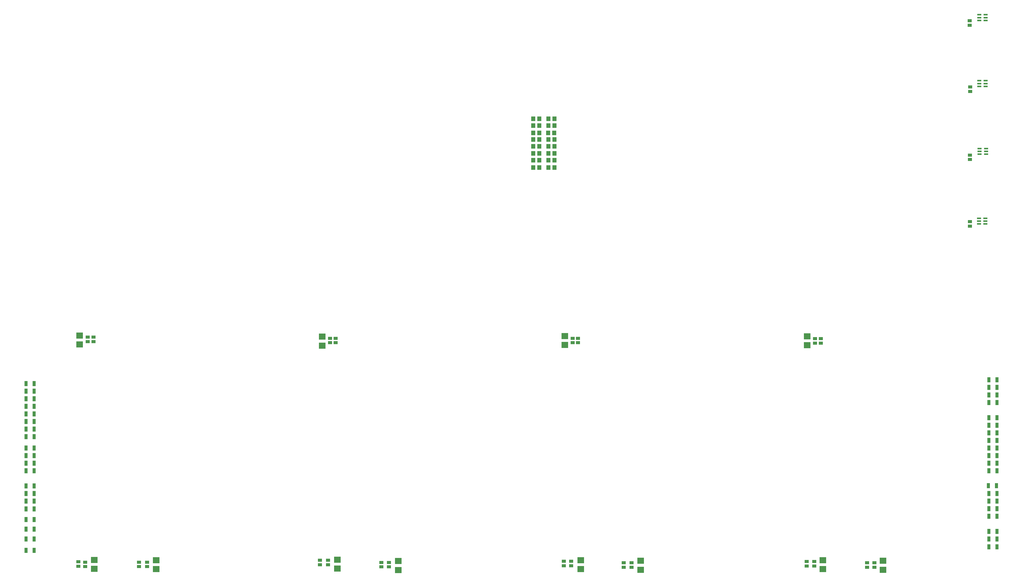
<source format=gtp>
%FSLAX25Y25*%
%MOIN*%
G70*
G01*
G75*
G04 Layer_Color=8421504*
%ADD10R,0.05512X0.05906*%
%ADD11R,0.05512X0.04331*%
%ADD12R,0.05709X0.02165*%
%ADD13R,0.05709X0.02165*%
%ADD14R,0.04331X0.06693*%
%ADD15R,0.08661X0.07874*%
%ADD16C,0.00500*%
%ADD17C,0.01181*%
%ADD18C,0.01969*%
%ADD19C,0.04724*%
%ADD20R,0.04724X0.04724*%
%ADD21R,0.05906X0.05906*%
%ADD22C,0.05906*%
%ADD23C,0.12992*%
%ADD24C,0.11811*%
%ADD25R,0.06378X0.06378*%
%ADD26C,0.06378*%
%ADD27C,0.08425*%
%ADD28C,0.21654*%
%ADD29C,0.02362*%
%ADD30C,0.03937*%
%ADD31O,0.08661X0.02362*%
%ADD32R,0.04331X0.05512*%
%ADD33C,0.00787*%
%ADD34C,0.00394*%
%ADD35C,0.00098*%
%ADD36C,0.00984*%
%ADD37C,0.01000*%
%ADD38C,0.00098*%
%ADD39C,0.00800*%
%ADD40C,0.00591*%
D10*
X898819Y924409D02*
D03*
X906693D02*
D03*
X898819Y888189D02*
D03*
X906693D02*
D03*
X898819Y915354D02*
D03*
X906693D02*
D03*
X898819Y878740D02*
D03*
X906693D02*
D03*
X898819Y869685D02*
D03*
X906693D02*
D03*
X898425Y905906D02*
D03*
X906299D02*
D03*
X898819Y860236D02*
D03*
X906693D02*
D03*
X898819Y897244D02*
D03*
X906693D02*
D03*
X886614Y860236D02*
D03*
X878740D02*
D03*
X886614Y869685D02*
D03*
X878740D02*
D03*
X886614Y878740D02*
D03*
X878740D02*
D03*
X886614Y888189D02*
D03*
X878740D02*
D03*
X886614Y897244D02*
D03*
X878740D02*
D03*
X886614Y905906D02*
D03*
X878740D02*
D03*
X886614Y915354D02*
D03*
X878740D02*
D03*
X886614Y924409D02*
D03*
X878740D02*
D03*
D11*
X1454724Y782874D02*
D03*
Y788779D02*
D03*
Y870669D02*
D03*
Y876575D02*
D03*
X1454331Y1047835D02*
D03*
Y1053740D02*
D03*
X1455118Y960433D02*
D03*
Y966339D02*
D03*
X298819Y636417D02*
D03*
Y630512D02*
D03*
X618110Y634842D02*
D03*
Y628937D02*
D03*
X937795Y634842D02*
D03*
Y628937D02*
D03*
X1257874Y634449D02*
D03*
Y628543D02*
D03*
X1318898Y338779D02*
D03*
Y332874D02*
D03*
X1239370Y334449D02*
D03*
Y340354D02*
D03*
X998032Y338779D02*
D03*
Y332874D02*
D03*
X918898Y334842D02*
D03*
Y340748D02*
D03*
X678346Y339173D02*
D03*
Y333268D02*
D03*
X597244Y336024D02*
D03*
Y341929D02*
D03*
X358661Y339567D02*
D03*
Y333661D02*
D03*
X287795Y333661D02*
D03*
Y339567D02*
D03*
X1250394Y634449D02*
D03*
Y628543D02*
D03*
X930709Y634842D02*
D03*
Y628937D02*
D03*
X610630Y634842D02*
D03*
Y628937D02*
D03*
X290945Y636417D02*
D03*
Y630512D02*
D03*
X1328740Y338779D02*
D03*
Y332874D02*
D03*
X1249213Y334449D02*
D03*
Y340354D02*
D03*
X1008268Y338779D02*
D03*
Y332874D02*
D03*
X928740Y334842D02*
D03*
Y340748D02*
D03*
X688189Y339173D02*
D03*
Y333268D02*
D03*
X607874Y336024D02*
D03*
Y341929D02*
D03*
X369291Y339567D02*
D03*
Y333661D02*
D03*
X278740Y334055D02*
D03*
Y339961D02*
D03*
D12*
X1467027Y1054134D02*
D03*
Y1057874D02*
D03*
Y1061614D02*
D03*
X1475492D02*
D03*
Y1057874D02*
D03*
X1467027Y967126D02*
D03*
Y970866D02*
D03*
Y974606D02*
D03*
X1475492D02*
D03*
Y970866D02*
D03*
X1467421Y877756D02*
D03*
Y881496D02*
D03*
Y885236D02*
D03*
X1475886D02*
D03*
Y881496D02*
D03*
X1466634Y785630D02*
D03*
Y789370D02*
D03*
Y793110D02*
D03*
X1475098D02*
D03*
Y789370D02*
D03*
D13*
X1475492Y1054134D02*
D03*
Y967126D02*
D03*
X1475886Y877756D02*
D03*
X1475098Y785630D02*
D03*
D14*
X1479724Y359842D02*
D03*
X1490354D02*
D03*
X1490315Y370000D02*
D03*
X1479685D02*
D03*
Y380000D02*
D03*
X1490315D02*
D03*
Y400000D02*
D03*
X1479685D02*
D03*
X1490315Y410000D02*
D03*
X1479685D02*
D03*
Y420000D02*
D03*
X1490315D02*
D03*
Y430000D02*
D03*
X1479685D02*
D03*
X1478937Y440551D02*
D03*
X1489567D02*
D03*
X1490315Y470000D02*
D03*
X1479685D02*
D03*
Y460000D02*
D03*
X1490315D02*
D03*
X1479685Y480000D02*
D03*
X1490315D02*
D03*
X1479685Y490000D02*
D03*
X1490315D02*
D03*
Y500000D02*
D03*
X1479685D02*
D03*
Y510000D02*
D03*
X1490315D02*
D03*
Y520000D02*
D03*
X1479685D02*
D03*
Y530000D02*
D03*
X1490315D02*
D03*
Y550000D02*
D03*
X1479685D02*
D03*
Y560000D02*
D03*
X1490315D02*
D03*
Y570000D02*
D03*
X1479685D02*
D03*
Y580000D02*
D03*
X1490315D02*
D03*
X209685Y355000D02*
D03*
X220315D02*
D03*
X209685Y370000D02*
D03*
X220315D02*
D03*
X220276Y395669D02*
D03*
X209646D02*
D03*
X220276Y383071D02*
D03*
X209646D02*
D03*
X220276Y409842D02*
D03*
X209646D02*
D03*
X209685Y420000D02*
D03*
X220315D02*
D03*
X209685Y430000D02*
D03*
X220315D02*
D03*
X209685Y440000D02*
D03*
X220315D02*
D03*
Y460000D02*
D03*
X209685D02*
D03*
Y470000D02*
D03*
X220315D02*
D03*
Y480000D02*
D03*
X209685D02*
D03*
Y490000D02*
D03*
X220315D02*
D03*
Y505000D02*
D03*
X209685D02*
D03*
Y515000D02*
D03*
X220315D02*
D03*
Y525000D02*
D03*
X209685D02*
D03*
X220315Y545000D02*
D03*
X209685D02*
D03*
Y535000D02*
D03*
X220315D02*
D03*
X209685Y555000D02*
D03*
X220315D02*
D03*
Y565000D02*
D03*
X209685D02*
D03*
Y575000D02*
D03*
X220315D02*
D03*
D15*
X280315Y626772D02*
D03*
Y638583D02*
D03*
X600394Y625197D02*
D03*
Y637008D02*
D03*
X920472Y625984D02*
D03*
Y637795D02*
D03*
X1240158Y625591D02*
D03*
Y637402D02*
D03*
X1340158Y329528D02*
D03*
Y341339D02*
D03*
X1260630Y342126D02*
D03*
Y330315D02*
D03*
X1020472Y329528D02*
D03*
Y341339D02*
D03*
X941339Y342126D02*
D03*
Y330315D02*
D03*
X700787Y329134D02*
D03*
Y340945D02*
D03*
X620472Y342913D02*
D03*
Y331102D02*
D03*
X381496Y330315D02*
D03*
Y342126D02*
D03*
X299606Y342520D02*
D03*
Y330709D02*
D03*
M02*

</source>
